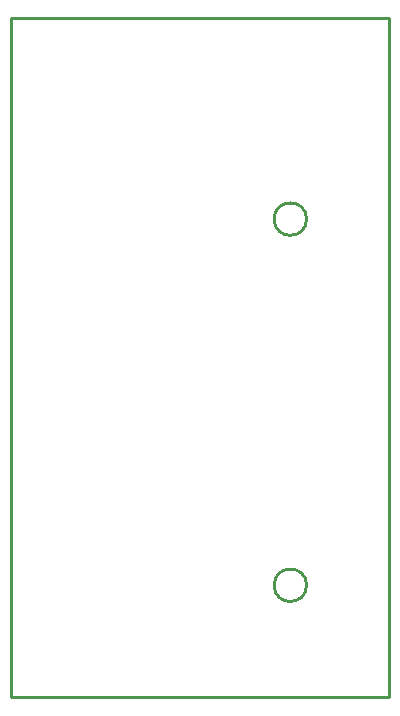
<source format=gbr>
%TF.GenerationSoftware,KiCad,Pcbnew,8.0.3*%
%TF.CreationDate,2024-07-16T15:02:39-04:00*%
%TF.ProjectId,Pheripheral-Scout,50686572-6970-4686-9572-616c2d53636f,rev?*%
%TF.SameCoordinates,Original*%
%TF.FileFunction,Profile,NP*%
%FSLAX46Y46*%
G04 Gerber Fmt 4.6, Leading zero omitted, Abs format (unit mm)*
G04 Created by KiCad (PCBNEW 8.0.3) date 2024-07-16 15:02:39*
%MOMM*%
%LPD*%
G01*
G04 APERTURE LIST*
%TA.AperFunction,Profile*%
%ADD10C,0.250000*%
%TD*%
G04 APERTURE END LIST*
D10*
X129790000Y-66040000D02*
X97790000Y-66040000D01*
X97790000Y-123540000D02*
X129790000Y-123540000D01*
X129790000Y-123540000D02*
X129790000Y-66040000D01*
X97790000Y-66040000D02*
X97790000Y-123540000D01*
X122815000Y-83040000D02*
G75*
G02*
X120065000Y-83040000I-1375000J0D01*
G01*
X120065000Y-83040000D02*
G75*
G02*
X122815000Y-83040000I1375000J0D01*
G01*
X122815000Y-114040000D02*
G75*
G02*
X120065000Y-114040000I-1375000J0D01*
G01*
X120065000Y-114040000D02*
G75*
G02*
X122815000Y-114040000I1375000J0D01*
G01*
M02*

</source>
